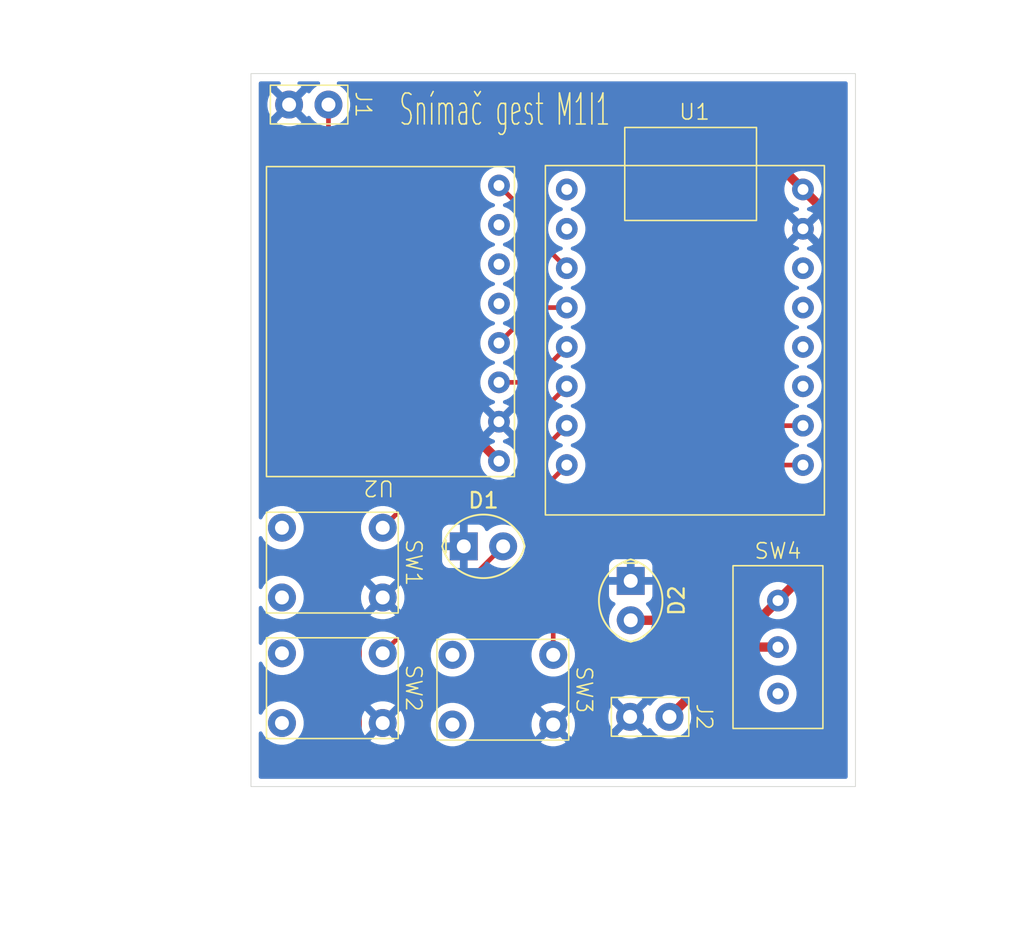
<source format=kicad_pcb>
(kicad_pcb (version 20241229) (generator "pcbnew") (generator_version "9.0")
  (layers (0 "F.Cu" signal) (2 "B.Cu" signal) (13 "F.Paste" user) (15 "B.Paste" user) (5 "F.SilkS" user "F.Silkscreen") (7 "B.SilkS" user "B.Silkscreen") (1 "F.Mask" user) (3 "B.Mask" user) (25 "Edge.Cuts" user))
  (net 0 "")
  (net 1 "Net-(D1-A)")
  (net 2 "GND")
  (net 3 "VCC")
  (net 4 "Net-(J1-Pin_2)")
  (net 5 "Net-(J2-Pin_2)")
  (net 7 "Net-(SW1-Pad1)")
  (net 10 "Net-(SW2-Pad1)")
  (net 14 "Net-(SW3-Pad1)")
  (net 16 "Net-(U2-INT)")
  (net 17 "Net-(U1-SDA)")
  (net 21 "Net-(U1-SCL)")
  (footprint "Konektory_moje:conn_2p_THT_moje" (layer "F.Cu") (at -207 -12.5 -90)
    (property "Reference" "J1" (at 0 -2.25 270) (layer "F.SilkS") (effects (font (thickness 0.1))))
    (property "Value" "Conn_01x02" (hide yes))
    (fp_rect (start -1.25 -1.25) (end 1.25 3.75) (stroke (width 0.1)) (fill no) (layer "F.SilkS"))
    (pad "1" thru_hole circle (at 0 2.54 270) (size 1.8 1.8) (drill 0.9) (layers "*.Cu" "*.Mask") (net 2 "GND"))
    (pad "2" thru_hole circle (at 0 0 270) (size 1.8 1.8) (drill 0.9) (layers "*.Cu" "*.Mask") (net 4 "Net-(J1-Pin_2)"))
  )
  (footprint "Konektory_moje:conn_2p_THT_moje" (layer "F.Cu") (at -185 27 -90)
    (property "Reference" "J2" (at 0 -2.25 270) (layer "F.SilkS") (effects (font (thickness 0.1))))
    (property "Value" "Conn_01x02" (hide yes))
    (fp_rect (start -1.25 -1.25) (end 1.25 3.75) (stroke (width 0.1)) (fill no) (layer "F.SilkS"))
    (pad "1" thru_hole circle (at 0 2.54 270) (size 1.8 1.8) (drill 0.9) (layers "*.Cu" "*.Mask") (net 2 "GND"))
    (pad "2" thru_hole circle (at 0 0 270) (size 1.8 1.8) (drill 0.9) (layers "*.Cu" "*.Mask") (net 5 "Net-(J2-Pin_2)"))
  )
  (footprint "ESP_moje:ESP32-C3-SUPERMINI" (layer "F.Cu") (at -176.385 -7.025)
    (property "Reference" "U1" (at -7 -5 0) (layer "F.SilkS") (effects (font (thickness 0.1))))
    (property "Value" "ESP32-c3")
    (fp_rect (start -16.62 -1.54) (end 1.38 21) (stroke (width 0.1)) (fill no) (layer "F.SilkS"))
    (fp_rect (start -11.5 -4) (end -3 2) (stroke (width 0.1)) (fill no) (layer "F.SilkS"))
    (pad "0" thru_hole circle (at 0 17.78) (size 1.4 1.4) (drill 0.7) (layers "*.Cu" "*.Mask") (net 4 "Net-(J1-Pin_2)"))
    (pad "1" thru_hole circle (at 0 15.24) (size 1.4 1.4) (drill 0.7) (layers "*.Cu" "*.Mask") (net 1 "Net-(D1-A)"))
    (pad "2" thru_hole circle (at 0 12.7) (size 1.4 1.4) (drill 0.7) (layers "*.Cu" "*.Mask"))
    (pad "3" thru_hole circle (at 0 10.16) (size 1.4 1.4) (drill 0.7) (layers "*.Cu" "*.Mask"))
    (pad "3V3" thru_hole circle (at 0 5.08) (size 1.4 1.4) (drill 0.7) (layers "*.Cu" "*.Mask"))
    (pad "4" thru_hole circle (at 0 7.62) (size 1.4 1.4) (drill 0.7) (layers "*.Cu" "*.Mask"))
    (pad "5" thru_hole circle (at -15.24 0) (size 1.4 1.4) (drill 0.7) (layers "*.Cu" "*.Mask"))
    (pad "5V" thru_hole circle (at 0 0) (size 1.4 1.4) (drill 0.7) (layers "*.Cu" "*.Mask") (net 3 "VCC"))
    (pad "6" thru_hole circle (at -15.24 2.54) (size 1.4 1.4) (drill 0.7) (layers "*.Cu" "*.Mask"))
    (pad "7" thru_hole circle (at -15.24 5.08) (size 1.4 1.4) (drill 0.7) (layers "*.Cu" "*.Mask") (net 16 "Net-(U2-INT)"))
    (pad "8" thru_hole circle (at -15.24 7.62) (size 1.4 1.4) (drill 0.7) (layers "*.Cu" "*.Mask") (net 17 "Net-(U1-SDA)"))
    (pad "9" thru_hole circle (at -15.24 10.16) (size 1.4 1.4) (drill 0.7) (layers "*.Cu" "*.Mask") (net 21 "Net-(U1-SCL)"))
    (pad "10" thru_hole circle (at -15.24 12.7) (size 1.4 1.4) (drill 0.7) (layers "*.Cu" "*.Mask") (net 7 "Net-(SW1-Pad1)"))
    (pad "20" thru_hole circle (at -15.24 15.24) (size 1.4 1.4) (drill 0.7) (layers "*.Cu" "*.Mask") (net 10 "Net-(SW2-Pad1)"))
    (pad "21" thru_hole circle (at -15.24 17.78) (size 1.4 1.4) (drill 0.7) (layers "*.Cu" "*.Mask") (net 14 "Net-(SW3-Pad1)"))
    (pad "GND" thru_hole circle (at 0 2.54) (size 1.4 1.4) (drill 0.7) (layers "*.Cu" "*.Mask") (net 2 "GND"))
  )
  (footprint "Tlacitka:KLS_on_on_moje" (layer "F.Cu") (at -178 19.5)
    (property "Reference" "SW4" (at 0 -3.2 0) (layer "F.SilkS") (effects (font (thickness 0.1))))
    (property "Value" "SW_DPDT_x2" (hide yes))
    (fp_rect (start -2.9 -2.25) (end 2.9 8.25) (stroke (width 0.1)) (fill no) (layer "F.SilkS"))
    (pad "1" thru_hole circle (at 0 0) (size 1.4 1.4) (drill 0.7) (layers "*.Cu" "*.Mask") (net 3 "VCC"))
    (pad "2" thru_hole circle (at 0 3) (size 1.4 1.4) (drill 0.7) (layers "*.Cu" "*.Mask") (net 5 "Net-(J2-Pin_2)"))
    (pad "3" thru_hole circle (at 0 6) (size 1.4 1.4) (drill 0.7) (layers "*.Cu" "*.Mask"))
  )
  (footprint "Tlacitka:Arduino_tlacitko" (layer "F.Cu") (at -203.5 22.9 -90)
    (property "Reference" "SW2" (at 2.25 -2 270) (layer "F.SilkS") (effects (font (thickness 0.1))))
    (property "Value" "SW_MEC_5E" (hide yes))
    (fp_rect (start -1 -1) (end 5.5 7.5) (stroke (width 0.1)) (fill no) (layer "F.SilkS"))
    (pad "1" thru_hole circle (at 0 0 270) (size 1.8 1.8) (drill 0.9) (layers "*.Cu" "*.Mask") (net 10 "Net-(SW2-Pad1)"))
    (pad "2" thru_hole circle (at 0 6.5 270) (size 1.8 1.8) (drill 0.9) (layers "*.Cu" "*.Mask"))
    (pad "3" thru_hole circle (at 4.5 6.5 270) (size 1.8 1.8) (drill 0.9) (layers "*.Cu" "*.Mask"))
    (pad "4" thru_hole circle (at 4.5 0 270) (size 1.8 1.8) (drill 0.9) (layers "*.Cu" "*.Mask") (net 2 "GND"))
  )
  (footprint "MPU6050_PCB_moje:MPU6050_PCB_moje" (layer "F.Cu") (at -196 10.5 180)
    (property "Reference" "U2" (at 7.75 -1.75 180) (layer "F.SilkS") (effects (font (thickness 0.1))))
    (property "Value" "MPU6050_PCB")
    (fp_rect (start -1 -1) (end 15 19) (stroke (width 0.1)) (fill no) (layer "F.SilkS"))
    (pad "1" thru_hole circle (at 0 0 180) (size 1.4 1.4) (drill 0.7) (layers "*.Cu" "*.Mask") (net 3 "VCC"))
    (pad "2" thru_hole circle (at 0 2.54 180) (size 1.4 1.4) (drill 0.7) (layers "*.Cu" "*.Mask") (net 2 "GND"))
    (pad "3" thru_hole circle (at 0 5.08 180) (size 1.4 1.4) (drill 0.7) (layers "*.Cu" "*.Mask") (net 21 "Net-(U1-SCL)"))
    (pad "4" thru_hole circle (at 0 7.62 180) (size 1.4 1.4) (drill 0.7) (layers "*.Cu" "*.Mask") (net 17 "Net-(U1-SDA)"))
    (pad "5" thru_hole circle (at 0 10.16 180) (size 1.4 1.4) (drill 0.7) (layers "*.Cu" "*.Mask"))
    (pad "6" thru_hole circle (at 0 12.7 180) (size 1.4 1.4) (drill 0.7) (layers "*.Cu" "*.Mask"))
    (pad "7" thru_hole circle (at 0 15.24 180) (size 1.4 1.4) (drill 0.7) (layers "*.Cu" "*.Mask"))
    (pad "8" thru_hole circle (at 0 17.78 180) (size 1.4 1.4) (drill 0.7) (layers "*.Cu" "*.Mask") (net 16 "Net-(U2-INT)"))
  )
  (footprint "Tlacitka:Arduino_tlacitko" (layer "F.Cu") (at -192.5 23 -90)
    (property "Reference" "SW3" (at 2.25 -2 270) (layer "F.SilkS") (effects (font (thickness 0.1))))
    (property "Value" "SW_MEC_5E" (hide yes))
    (fp_rect (start -1 -1) (end 5.5 7.5) (stroke (width 0.1)) (fill no) (layer "F.SilkS"))
    (pad "1" thru_hole circle (at 0 0 270) (size 1.8 1.8) (drill 0.9) (layers "*.Cu" "*.Mask") (net 14 "Net-(SW3-Pad1)"))
    (pad "2" thru_hole circle (at 0 6.5 270) (size 1.8 1.8) (drill 0.9) (layers "*.Cu" "*.Mask"))
    (pad "3" thru_hole circle (at 4.5 6.5 270) (size 1.8 1.8) (drill 0.9) (layers "*.Cu" "*.Mask"))
    (pad "4" thru_hole circle (at 4.5 0 270) (size 1.8 1.8) (drill 0.9) (layers "*.Cu" "*.Mask") (net 2 "GND"))
  )
  (footprint "LED_THT:LED_Oval_W5.2mm_H3.8mm" (layer "F.Cu") (at -198.27 16)
    (property "Reference" "D1" (at 1.27 -2.96 0) (layer "F.SilkS"))
    (property "Value" "LED")
    (fp_line (start -1.15 -0.404) (end -1.15 0.404) (stroke (width 0.12)) (layer "F.SilkS"))
    (fp_arc (start -1.39 0) (mid 1.27 -2.050564) (end 3.93 0) (stroke (width 0.12)) (layer "F.SilkS"))
    (fp_arc (start 3.93 0) (mid 1.27 2.050564) (end -1.39 0) (stroke (width 0.12)) (layer "F.SilkS"))
    (pad "1" thru_hole rect (at 0 0) (size 1.8 1.8) (drill 0.9) (layers "*.Cu" "*.Mask") (net 2 "GND"))
    (pad "2" thru_hole circle (at 2.54 0) (size 1.8 1.8) (drill 0.9) (layers "*.Cu" "*.Mask") (net 1 "Net-(D1-A)"))
  )
  (footprint "LED_THT:LED_Oval_W5.2mm_H3.8mm" (layer "F.Cu") (at -187.5 18.23 -90)
    (property "Reference" "D2" (at 1.27 -2.96 90) (layer "F.SilkS"))
    (property "Value" "LED")
    (fp_line (start -1.15 -0.404) (end -1.15 0.404) (stroke (width 0.12)) (layer "F.SilkS"))
    (fp_arc (start -1.39 0) (mid 1.27 -2.050564) (end 3.93 0) (stroke (width 0.12)) (layer "F.SilkS"))
    (fp_arc (start 3.93 0) (mid 1.27 2.050564) (end -1.39 0) (stroke (width 0.12)) (layer "F.SilkS"))
    (pad "1" thru_hole rect (at 0 0 270) (size 1.8 1.8) (drill 0.9) (layers "*.Cu" "*.Mask") (net 2 "GND"))
    (pad "2" thru_hole circle (at 2.54 0 270) (size 1.8 1.8) (drill 0.9) (layers "*.Cu" "*.Mask") (net 3 "VCC"))
  )
  (footprint "Tlacitka:Arduino_tlacitko" (layer "F.Cu") (at -203.5 14.8 -90)
    (property "Reference" "SW1" (at 2.25 -2 270) (layer "F.SilkS") (effects (font (thickness 0.1))))
    (property "Value" "SW_MEC_5E" (hide yes))
    (fp_rect (start -1 -1) (end 5.5 7.5) (stroke (width 0.1)) (fill no) (layer "F.SilkS"))
    (pad "1" thru_hole circle (at 0 0 270) (size 1.8 1.8) (drill 0.9) (layers "*.Cu" "*.Mask") (net 7 "Net-(SW1-Pad1)"))
    (pad "2" thru_hole circle (at 0 6.5 270) (size 1.8 1.8) (drill 0.9) (layers "*.Cu" "*.Mask"))
    (pad "3" thru_hole circle (at 4.5 6.5 270) (size 1.8 1.8) (drill 0.9) (layers "*.Cu" "*.Mask"))
    (pad "4" thru_hole circle (at 4.5 0 270) (size 1.8 1.8) (drill 0.9) (layers "*.Cu" "*.Mask") (net 2 "GND"))
  )
  (gr_rect (start -212 -14.5) (end -173 31.5) (stroke (width 0.05)) (fill no) (layer "Edge.Cuts"))
  (gr_text "Snímač gest M1I1" (at -202.5 -11 0) (layer "F.SilkS") (effects (font (size 2 1) (thickness 0.1)) (justify left bottom)))
  (segment (start -202.75 21) (end -201 19.25) (width 0.3) (layer "F.Cu") (net 1))
  (segment (start -190.25 28.5) (end -191 29.25) (width 0.3) (layer "F.Cu") (net 1))
  (segment (start -190.25 12) (end -190.25 28.5) (width 0.3) (layer "F.Cu") (net 1))
  (segment (start -205 28.5) (end -205 21.5) (width 0.3) (layer "F.Cu") (net 1))
  (segment (start -201 19.25) (end -198.98 19.25) (width 0.3) (layer "F.Cu") (net 1))
  (segment (start -186.465 8.215) (end -190.25 12) (width 0.3) (layer "F.Cu") (net 1))
  (segment (start -191 29.25) (end -204.25 29.25) (width 0.3) (layer "F.Cu") (net 1))
  (segment (start -204.5 21) (end -202.75 21) (width 0.3) (layer "F.Cu") (net 1))
  (segment (start -176.385 8.215) (end -186.465 8.215) (width 0.3) (layer "F.Cu") (net 1))
  (segment (start -198.98 19.25) (end -195.73 16) (width 0.3) (layer "F.Cu") (net 1))
  (segment (start -204.25 29.25) (end -205 28.5) (width 0.3) (layer "F.Cu") (net 1))
  (segment (start -205 21.5) (end -204.5 21) (width 0.3) (layer "F.Cu") (net 1))
  (segment (start -198.5 -7.75) (end -198.5 8) (width 0.6) (layer "F.Cu") (net 3))
  (segment (start -196.433978 -9.816022) (end -198.5 -7.75) (width 0.6) (layer "F.Cu") (net 3))
  (segment (start -179.27 20.77) (end -187.5 20.77) (width 0.6) (layer "F.Cu") (net 3))
  (segment (start -174.75 16.25) (end -174.75 -5.39) (width 0.6) (layer "F.Cu") (net 3))
  (segment (start -178 19.5) (end -179.27 20.77) (width 0.6) (layer "F.Cu") (net 3))
  (segment (start -178 19.5) (end -174.75 16.25) (width 0.6) (layer "F.Cu") (net 3))
  (segment (start -198.5 8) (end -196 10.5) (width 0.6) (layer "F.Cu") (net 3))
  (segment (start -179.176022 -9.816022) (end -196.433978 -9.816022) (width 0.6) (layer "F.Cu") (net 3))
  (segment (start -176.385 -7.025) (end -179.176022 -9.816022) (width 0.6) (layer "F.Cu") (net 3))
  (segment (start -174.75 -5.39) (end -176.385 -7.025) (width 0.6) (layer "F.Cu") (net 3))
  (segment (start -189.5 28.75) (end -190.75 30) (width 0.3) (layer "F.Cu") (net 4))
  (segment (start -186.505 10.755) (end -189.5 13.75) (width 0.3) (layer "F.Cu") (net 4))
  (segment (start -190.75 30) (end -205.25 30) (width 0.3) (layer "F.Cu") (net 4))
  (segment (start -176.385 10.755) (end -186.505 10.755) (width 0.3) (layer "F.Cu") (net 4))
  (segment (start -207 28.25) (end -207 -12.5) (width 0.3) (layer "F.Cu") (net 4))
  (segment (start -205.25 30) (end -207 28.25) (width 0.3) (layer "F.Cu") (net 4))
  (segment (start -189.5 13.75) (end -189.5 28.75) (width 0.3) (layer "F.Cu") (net 4))
  (segment (start -180.5 22.5) (end -178 22.5) (width 0.6) (layer "F.Cu") (net 5))
  (segment (start -185 27) (end -180.5 22.5) (width 0.6) (layer "F.Cu") (net 5))
  (segment (start -194 8.05) (end -194 8.75) (width 0.3) (layer "F.Cu") (net 7))
  (segment (start -203.5 14.8) (end -201.95 13.25) (width 0.3) (layer "F.Cu") (net 7))
  (segment (start -191.625 5.675) (end -194 8.05) (width 0.3) (layer "F.Cu") (net 7))
  (segment (start -194.25 13.25) (end -194 13) (width 0.3) (layer "F.Cu") (net 7))
  (segment (start -194 13) (end -194 8.75) (width 0.3) (layer "F.Cu") (net 7))
  (segment (start -201.95 13.25) (end -194.25 13.25) (width 0.3) (layer "F.Cu") (net 7))
  (segment (start -193.25 20) (end -193.25 9.84) (width 0.3) (layer "F.Cu") (net 10))
  (segment (start -200.85 20.25) (end -193.5 20.25) (width 0.3) (layer "F.Cu") (net 10))
  (segment (start -193.25 9.84) (end -191.625 8.215) (width 0.3) (layer "F.Cu") (net 10))
  (segment (start -203.5 22.9) (end -200.85 20.25) (width 0.3) (layer "F.Cu") (net 10))
  (segment (start -193.5 20.25) (end -193.25 20) (width 0.3) (layer "F.Cu") (net 10))
  (segment (start -192.5 11.63) (end -191.625 10.755) (width 0.3) (layer "F.Cu") (net 14))
  (segment (start -192.5 23) (end -192.5 11.63) (width 0.3) (layer "F.Cu") (net 14))
  (segment (start -194 -5.28) (end -194 -4.32) (width 0.3) (layer "F.Cu") (net 16))
  (segment (start -196 -7.28) (end -194 -5.28) (width 0.3) (layer "F.Cu") (net 16))
  (segment (start -194 -4.32) (end -191.625 -1.945) (width 0.3) (layer "F.Cu") (net 16))
  (segment (start -193.715 0.595) (end -196 2.88) (width 0.3) (layer "F.Cu") (net 17))
  (segment (start -191.625 0.595) (end -193.715 0.595) (width 0.3) (layer "F.Cu") (net 17))
  (segment (start -193.91 5.42) (end -191.625 3.135) (width 0.3) (layer "F.Cu") (net 21))
  (segment (start -196 5.42) (end -193.91 5.42) (width 0.3) (layer "F.Cu") (net 21))
  (zone (net 2) (net_name "GND") (layer "B.Cu") (connect_pads (clearance 0.5)) (min_thickness 0.25) (fill yes (thermal_gap 0.5) (thermal_bridge_width 0.5))
    (polygon (pts (xy -212 -14.5) (xy -212 31.5) (xy -173 31.5) (xy -173 -14.5)))
  )
)
</source>
